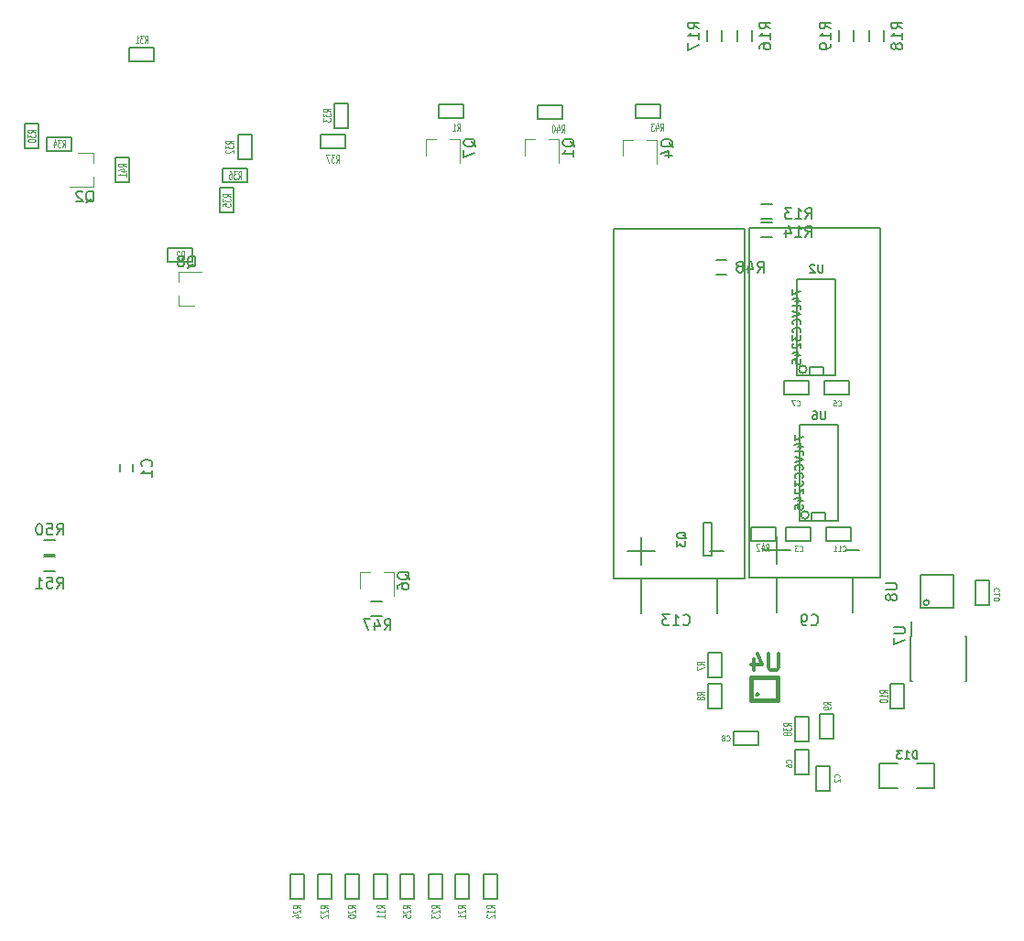
<source format=gbo>
G04 #@! TF.FileFunction,Legend,Bot*
%FSLAX46Y46*%
G04 Gerber Fmt 4.6, Leading zero omitted, Abs format (unit mm)*
G04 Created by KiCad (PCBNEW 4.0.6) date 11/02/17 20:58:10*
%MOMM*%
%LPD*%
G01*
G04 APERTURE LIST*
%ADD10C,0.150000*%
%ADD11C,0.152400*%
%ADD12C,0.381000*%
%ADD13C,0.127000*%
%ADD14C,0.120000*%
%ADD15C,0.304800*%
%ADD16C,0.190500*%
%ADD17C,0.114300*%
G04 APERTURE END LIST*
D10*
X114138000Y-116797000D02*
X114188000Y-116797000D01*
X114138000Y-120947000D02*
X114283000Y-120947000D01*
X119288000Y-120947000D02*
X119143000Y-120947000D01*
X119288000Y-116797000D02*
X119143000Y-116797000D01*
X114138000Y-116797000D02*
X114138000Y-120947000D01*
X119288000Y-116797000D02*
X119288000Y-120947000D01*
X114188000Y-116797000D02*
X114188000Y-115397000D01*
D11*
X115824000Y-113665000D02*
G75*
G03X115824000Y-113665000I-254000J0D01*
G01*
X115062000Y-111125000D02*
X115062000Y-114173000D01*
X115062000Y-114173000D02*
X118110000Y-114173000D01*
X118110000Y-114173000D02*
X118110000Y-111125000D01*
X118110000Y-111125000D02*
X115062000Y-111125000D01*
D10*
X64270000Y-114898800D02*
X65270000Y-114898800D01*
X65270000Y-113548800D02*
X64270000Y-113548800D01*
X34993200Y-109434000D02*
X33993200Y-109434000D01*
X33993200Y-110784000D02*
X34993200Y-110784000D01*
X34993200Y-107859200D02*
X33993200Y-107859200D01*
X33993200Y-109209200D02*
X34993200Y-109209200D01*
X96108900Y-83301200D02*
X97108900Y-83301200D01*
X97108900Y-81951200D02*
X96108900Y-81951200D01*
D12*
X99974400Y-122148600D02*
G75*
G03X99974400Y-122148600I-50800J0D01*
G01*
X99402900Y-120573800D02*
X101815900Y-120573800D01*
X101815900Y-120573800D02*
X101815900Y-122669300D01*
X101815900Y-122669300D02*
X99402900Y-122669300D01*
X99402900Y-122669300D02*
X99402900Y-120573800D01*
D13*
X94996000Y-106299000D02*
X94996000Y-109347000D01*
X94996000Y-109347000D02*
X95758000Y-109347000D01*
X95758000Y-109347000D02*
X95758000Y-106299000D01*
X95758000Y-106299000D02*
X94996000Y-106299000D01*
D10*
X95567500Y-108902500D02*
X96837500Y-108902500D01*
X87947500Y-108902500D02*
X90487500Y-108902500D01*
X89217500Y-110172500D02*
X89217500Y-107632500D01*
X89217500Y-114617500D02*
X89217500Y-111442500D01*
X96202500Y-114617500D02*
X96202500Y-111442500D01*
X98742500Y-111442500D02*
X98742500Y-79057500D01*
X98742500Y-79057500D02*
X86677500Y-79057500D01*
X86677500Y-111442500D02*
X86677500Y-79057500D01*
X86677500Y-111442500D02*
X98742500Y-111442500D01*
D13*
X111252000Y-130810000D02*
X111252000Y-128524000D01*
X111252000Y-128524000D02*
X112903000Y-128524000D01*
X114681000Y-130810000D02*
X116332000Y-130810000D01*
X116332000Y-130810000D02*
X116332000Y-128524000D01*
X116332000Y-128524000D02*
X114681000Y-128524000D01*
X112903000Y-130810000D02*
X111252000Y-130810000D01*
X91008200Y-67614800D02*
X88722200Y-67614800D01*
X88722200Y-67614800D02*
X88722200Y-68884800D01*
X88722200Y-68884800D02*
X91008200Y-68884800D01*
X91008200Y-68884800D02*
X91008200Y-67614800D01*
X104724200Y-126517400D02*
X104724200Y-124231400D01*
X104724200Y-124231400D02*
X103454200Y-124231400D01*
X103454200Y-124231400D02*
X103454200Y-126517400D01*
X103454200Y-126517400D02*
X104724200Y-126517400D01*
X101625400Y-106680000D02*
X99339400Y-106680000D01*
X99339400Y-106680000D02*
X99339400Y-107950000D01*
X99339400Y-107950000D02*
X101625400Y-107950000D01*
X101625400Y-107950000D02*
X101625400Y-106680000D01*
X40640000Y-72517000D02*
X40640000Y-74803000D01*
X40640000Y-74803000D02*
X41910000Y-74803000D01*
X41910000Y-74803000D02*
X41910000Y-72517000D01*
X41910000Y-72517000D02*
X40640000Y-72517000D01*
X81915000Y-67665600D02*
X79629000Y-67665600D01*
X79629000Y-67665600D02*
X79629000Y-68935600D01*
X79629000Y-68935600D02*
X81915000Y-68935600D01*
X81915000Y-68935600D02*
X81915000Y-67665600D01*
X61849000Y-70408800D02*
X59563000Y-70408800D01*
X59563000Y-70408800D02*
X59563000Y-71678800D01*
X59563000Y-71678800D02*
X61849000Y-71678800D01*
X61849000Y-71678800D02*
X61849000Y-70408800D01*
X52832000Y-73533000D02*
X50546000Y-73533000D01*
X50546000Y-73533000D02*
X50546000Y-74803000D01*
X50546000Y-74803000D02*
X52832000Y-74803000D01*
X52832000Y-74803000D02*
X52832000Y-73533000D01*
X51562000Y-77597000D02*
X51562000Y-75311000D01*
X51562000Y-75311000D02*
X50292000Y-75311000D01*
X50292000Y-75311000D02*
X50292000Y-77597000D01*
X50292000Y-77597000D02*
X51562000Y-77597000D01*
X34290000Y-71882000D02*
X36576000Y-71882000D01*
X36576000Y-71882000D02*
X36576000Y-70612000D01*
X36576000Y-70612000D02*
X34290000Y-70612000D01*
X34290000Y-70612000D02*
X34290000Y-71882000D01*
X60833000Y-67462400D02*
X60833000Y-69748400D01*
X60833000Y-69748400D02*
X62103000Y-69748400D01*
X62103000Y-69748400D02*
X62103000Y-67462400D01*
X62103000Y-67462400D02*
X60833000Y-67462400D01*
X51943000Y-70358000D02*
X51943000Y-72644000D01*
X51943000Y-72644000D02*
X53213000Y-72644000D01*
X53213000Y-72644000D02*
X53213000Y-70358000D01*
X53213000Y-70358000D02*
X51943000Y-70358000D01*
X44196000Y-62357000D02*
X41910000Y-62357000D01*
X41910000Y-62357000D02*
X41910000Y-63627000D01*
X41910000Y-63627000D02*
X44196000Y-63627000D01*
X44196000Y-63627000D02*
X44196000Y-62357000D01*
X32258000Y-69342000D02*
X32258000Y-71628000D01*
X32258000Y-71628000D02*
X33528000Y-71628000D01*
X33528000Y-71628000D02*
X33528000Y-69342000D01*
X33528000Y-69342000D02*
X32258000Y-69342000D01*
D11*
X107188000Y-92608400D02*
X107188000Y-83718400D01*
X107188000Y-83718400D02*
X103632000Y-83718400D01*
X103632000Y-83718400D02*
X103632000Y-92608400D01*
X103632000Y-92608400D02*
X107188000Y-92608400D01*
D13*
X104499210Y-92100400D02*
G75*
G03X104499210Y-92100400I-359210J0D01*
G01*
X106045000Y-92608400D02*
X106045000Y-91846400D01*
X106045000Y-91846400D02*
X104775000Y-91846400D01*
X104775000Y-91846400D02*
X104775000Y-92608400D01*
D11*
X107391200Y-106070400D02*
X107391200Y-97180400D01*
X107391200Y-97180400D02*
X103835200Y-97180400D01*
X103835200Y-97180400D02*
X103835200Y-106070400D01*
X103835200Y-106070400D02*
X107391200Y-106070400D01*
D13*
X104702410Y-105562400D02*
G75*
G03X104702410Y-105562400I-359210J0D01*
G01*
X106248200Y-106070400D02*
X106248200Y-105308400D01*
X106248200Y-105308400D02*
X104978200Y-105308400D01*
X104978200Y-105308400D02*
X104978200Y-106070400D01*
X112217200Y-121183400D02*
X112217200Y-123469400D01*
X112217200Y-123469400D02*
X113487200Y-123469400D01*
X113487200Y-123469400D02*
X113487200Y-121183400D01*
X113487200Y-121183400D02*
X112217200Y-121183400D01*
X107010200Y-126288800D02*
X107010200Y-124002800D01*
X107010200Y-124002800D02*
X105740200Y-124002800D01*
X105740200Y-124002800D02*
X105740200Y-126288800D01*
X105740200Y-126288800D02*
X107010200Y-126288800D01*
X72771000Y-67614800D02*
X70485000Y-67614800D01*
X70485000Y-67614800D02*
X70485000Y-68884800D01*
X70485000Y-68884800D02*
X72771000Y-68884800D01*
X72771000Y-68884800D02*
X72771000Y-67614800D01*
X45466000Y-82169000D02*
X47752000Y-82169000D01*
X47752000Y-82169000D02*
X47752000Y-80899000D01*
X47752000Y-80899000D02*
X45466000Y-80899000D01*
X45466000Y-80899000D02*
X45466000Y-82169000D01*
X96697800Y-123444000D02*
X96697800Y-121158000D01*
X96697800Y-121158000D02*
X95427800Y-121158000D01*
X95427800Y-121158000D02*
X95427800Y-123444000D01*
X95427800Y-123444000D02*
X96697800Y-123444000D01*
X95427800Y-118313200D02*
X95427800Y-120599200D01*
X95427800Y-120599200D02*
X96697800Y-120599200D01*
X96697800Y-120599200D02*
X96697800Y-118313200D01*
X96697800Y-118313200D02*
X95427800Y-118313200D01*
X103454200Y-127304800D02*
X103454200Y-129590800D01*
X103454200Y-129590800D02*
X104724200Y-129590800D01*
X104724200Y-129590800D02*
X104724200Y-127304800D01*
X104724200Y-127304800D02*
X103454200Y-127304800D01*
X102590600Y-107950000D02*
X104876600Y-107950000D01*
X104876600Y-107950000D02*
X104876600Y-106680000D01*
X104876600Y-106680000D02*
X102590600Y-106680000D01*
X102590600Y-106680000D02*
X102590600Y-107950000D01*
X108432600Y-93167200D02*
X106146600Y-93167200D01*
X106146600Y-93167200D02*
X106146600Y-94437200D01*
X106146600Y-94437200D02*
X108432600Y-94437200D01*
X108432600Y-94437200D02*
X108432600Y-93167200D01*
X106646980Y-131094480D02*
X106646980Y-128808480D01*
X106646980Y-128808480D02*
X105376980Y-128808480D01*
X105376980Y-128808480D02*
X105376980Y-131094480D01*
X105376980Y-131094480D02*
X106646980Y-131094480D01*
X102387400Y-94437200D02*
X104673400Y-94437200D01*
X104673400Y-94437200D02*
X104673400Y-93167200D01*
X104673400Y-93167200D02*
X102387400Y-93167200D01*
X102387400Y-93167200D02*
X102387400Y-94437200D01*
X97764600Y-126885700D02*
X100050600Y-126885700D01*
X100050600Y-126885700D02*
X100050600Y-125615700D01*
X100050600Y-125615700D02*
X97764600Y-125615700D01*
X97764600Y-125615700D02*
X97764600Y-126885700D01*
X121412000Y-113919000D02*
X121412000Y-111633000D01*
X121412000Y-111633000D02*
X120142000Y-111633000D01*
X120142000Y-111633000D02*
X120142000Y-113919000D01*
X120142000Y-113919000D02*
X121412000Y-113919000D01*
X108635800Y-106680000D02*
X106349800Y-106680000D01*
X106349800Y-106680000D02*
X106349800Y-107950000D01*
X106349800Y-107950000D02*
X108635800Y-107950000D01*
X108635800Y-107950000D02*
X108635800Y-106680000D01*
D10*
X108102400Y-108839000D02*
X109372400Y-108839000D01*
X100482400Y-108839000D02*
X103022400Y-108839000D01*
X101752400Y-110109000D02*
X101752400Y-107569000D01*
X101752400Y-114554000D02*
X101752400Y-111379000D01*
X108737400Y-114554000D02*
X108737400Y-111379000D01*
X111277400Y-111379000D02*
X111277400Y-78994000D01*
X111277400Y-78994000D02*
X99212400Y-78994000D01*
X99212400Y-111379000D02*
X99212400Y-78994000D01*
X99212400Y-111379000D02*
X111277400Y-111379000D01*
X42256000Y-101569000D02*
X42256000Y-100869000D01*
X41056000Y-100869000D02*
X41056000Y-101569000D01*
X100338000Y-78170400D02*
X101338000Y-78170400D01*
X101338000Y-76820400D02*
X100338000Y-76820400D01*
X101338000Y-78496800D02*
X100338000Y-78496800D01*
X100338000Y-79846800D02*
X101338000Y-79846800D01*
X98131000Y-60739400D02*
X98131000Y-61739400D01*
X99481000Y-61739400D02*
X99481000Y-60739400D01*
X96687000Y-61739400D02*
X96687000Y-60739400D01*
X95337000Y-60739400D02*
X95337000Y-61739400D01*
X110323000Y-60739400D02*
X110323000Y-61739400D01*
X111673000Y-61739400D02*
X111673000Y-60739400D01*
X108828200Y-61739400D02*
X108828200Y-60739400D01*
X107478200Y-60739400D02*
X107478200Y-61739400D01*
D14*
X38555200Y-72054600D02*
X38555200Y-72984600D01*
X38555200Y-75214600D02*
X38555200Y-74284600D01*
X38555200Y-75214600D02*
X36395200Y-75214600D01*
X38555200Y-72054600D02*
X37095200Y-72054600D01*
X87523200Y-70893400D02*
X88453200Y-70893400D01*
X90683200Y-70893400D02*
X89753200Y-70893400D01*
X90683200Y-70893400D02*
X90683200Y-73053400D01*
X87523200Y-70893400D02*
X87523200Y-72353400D01*
X69286000Y-70842600D02*
X70216000Y-70842600D01*
X72446000Y-70842600D02*
X71516000Y-70842600D01*
X72446000Y-70842600D02*
X72446000Y-73002600D01*
X69286000Y-70842600D02*
X69286000Y-72302600D01*
X46433200Y-86238200D02*
X46433200Y-85308200D01*
X46433200Y-83078200D02*
X46433200Y-84008200D01*
X46433200Y-83078200D02*
X48593200Y-83078200D01*
X46433200Y-86238200D02*
X47893200Y-86238200D01*
X78430000Y-70842600D02*
X79360000Y-70842600D01*
X81590000Y-70842600D02*
X80660000Y-70842600D01*
X81590000Y-70842600D02*
X81590000Y-73002600D01*
X78430000Y-70842600D02*
X78430000Y-72302600D01*
X63190000Y-110873000D02*
X64120000Y-110873000D01*
X66350000Y-110873000D02*
X65420000Y-110873000D01*
X66350000Y-110873000D02*
X66350000Y-113033000D01*
X63190000Y-110873000D02*
X63190000Y-112333000D01*
D13*
X65786000Y-141097000D02*
X65786000Y-138811000D01*
X65786000Y-138811000D02*
X64516000Y-138811000D01*
X64516000Y-138811000D02*
X64516000Y-141097000D01*
X64516000Y-141097000D02*
X65786000Y-141097000D01*
X75946000Y-141097000D02*
X75946000Y-138811000D01*
X75946000Y-138811000D02*
X74676000Y-138811000D01*
X74676000Y-138811000D02*
X74676000Y-141097000D01*
X74676000Y-141097000D02*
X75946000Y-141097000D01*
X63119000Y-141097000D02*
X63119000Y-138811000D01*
X63119000Y-138811000D02*
X61849000Y-138811000D01*
X61849000Y-138811000D02*
X61849000Y-141097000D01*
X61849000Y-141097000D02*
X63119000Y-141097000D01*
X73279000Y-141097000D02*
X73279000Y-138811000D01*
X73279000Y-138811000D02*
X72009000Y-138811000D01*
X72009000Y-138811000D02*
X72009000Y-141097000D01*
X72009000Y-141097000D02*
X73279000Y-141097000D01*
X60579000Y-141097000D02*
X60579000Y-138811000D01*
X60579000Y-138811000D02*
X59309000Y-138811000D01*
X59309000Y-138811000D02*
X59309000Y-141097000D01*
X59309000Y-141097000D02*
X60579000Y-141097000D01*
X70866000Y-141097000D02*
X70866000Y-138811000D01*
X70866000Y-138811000D02*
X69596000Y-138811000D01*
X69596000Y-138811000D02*
X69596000Y-141097000D01*
X69596000Y-141097000D02*
X70866000Y-141097000D01*
X58039000Y-141097000D02*
X58039000Y-138811000D01*
X58039000Y-138811000D02*
X56769000Y-138811000D01*
X56769000Y-138811000D02*
X56769000Y-141097000D01*
X56769000Y-141097000D02*
X58039000Y-141097000D01*
X68199000Y-141097000D02*
X68199000Y-138811000D01*
X68199000Y-138811000D02*
X66929000Y-138811000D01*
X66929000Y-138811000D02*
X66929000Y-141097000D01*
X66929000Y-141097000D02*
X68199000Y-141097000D01*
D10*
X112609381Y-115951095D02*
X113418905Y-115951095D01*
X113514143Y-115998714D01*
X113561762Y-116046333D01*
X113609381Y-116141571D01*
X113609381Y-116332048D01*
X113561762Y-116427286D01*
X113514143Y-116474905D01*
X113418905Y-116522524D01*
X112609381Y-116522524D01*
X112609381Y-116903476D02*
X112609381Y-117570143D01*
X113609381Y-117141571D01*
D11*
X111838619Y-111874905D02*
X112661095Y-111874905D01*
X112757857Y-111923286D01*
X112806238Y-111971667D01*
X112854619Y-112068429D01*
X112854619Y-112261952D01*
X112806238Y-112358714D01*
X112757857Y-112407095D01*
X112661095Y-112455476D01*
X111838619Y-112455476D01*
X112274048Y-113084429D02*
X112225667Y-112987667D01*
X112177286Y-112939286D01*
X112080524Y-112890905D01*
X112032143Y-112890905D01*
X111935381Y-112939286D01*
X111887000Y-112987667D01*
X111838619Y-113084429D01*
X111838619Y-113277952D01*
X111887000Y-113374714D01*
X111935381Y-113423095D01*
X112032143Y-113471476D01*
X112080524Y-113471476D01*
X112177286Y-113423095D01*
X112225667Y-113374714D01*
X112274048Y-113277952D01*
X112274048Y-113084429D01*
X112322429Y-112987667D01*
X112370810Y-112939286D01*
X112467571Y-112890905D01*
X112661095Y-112890905D01*
X112757857Y-112939286D01*
X112806238Y-112987667D01*
X112854619Y-113084429D01*
X112854619Y-113277952D01*
X112806238Y-113374714D01*
X112757857Y-113423095D01*
X112661095Y-113471476D01*
X112467571Y-113471476D01*
X112370810Y-113423095D01*
X112322429Y-113374714D01*
X112274048Y-113277952D01*
D10*
X65463657Y-116200181D02*
X65796991Y-115723990D01*
X66035086Y-116200181D02*
X66035086Y-115200181D01*
X65654133Y-115200181D01*
X65558895Y-115247800D01*
X65511276Y-115295419D01*
X65463657Y-115390657D01*
X65463657Y-115533514D01*
X65511276Y-115628752D01*
X65558895Y-115676371D01*
X65654133Y-115723990D01*
X66035086Y-115723990D01*
X64606514Y-115533514D02*
X64606514Y-116200181D01*
X64844610Y-115152562D02*
X65082705Y-115866848D01*
X64463657Y-115866848D01*
X64177943Y-115200181D02*
X63511276Y-115200181D01*
X63939848Y-116200181D01*
X35186857Y-112339381D02*
X35520191Y-111863190D01*
X35758286Y-112339381D02*
X35758286Y-111339381D01*
X35377333Y-111339381D01*
X35282095Y-111387000D01*
X35234476Y-111434619D01*
X35186857Y-111529857D01*
X35186857Y-111672714D01*
X35234476Y-111767952D01*
X35282095Y-111815571D01*
X35377333Y-111863190D01*
X35758286Y-111863190D01*
X34282095Y-111339381D02*
X34758286Y-111339381D01*
X34805905Y-111815571D01*
X34758286Y-111767952D01*
X34663048Y-111720333D01*
X34424952Y-111720333D01*
X34329714Y-111767952D01*
X34282095Y-111815571D01*
X34234476Y-111910810D01*
X34234476Y-112148905D01*
X34282095Y-112244143D01*
X34329714Y-112291762D01*
X34424952Y-112339381D01*
X34663048Y-112339381D01*
X34758286Y-112291762D01*
X34805905Y-112244143D01*
X33282095Y-112339381D02*
X33853524Y-112339381D01*
X33567810Y-112339381D02*
X33567810Y-111339381D01*
X33663048Y-111482238D01*
X33758286Y-111577476D01*
X33853524Y-111625095D01*
X35186857Y-107386381D02*
X35520191Y-106910190D01*
X35758286Y-107386381D02*
X35758286Y-106386381D01*
X35377333Y-106386381D01*
X35282095Y-106434000D01*
X35234476Y-106481619D01*
X35186857Y-106576857D01*
X35186857Y-106719714D01*
X35234476Y-106814952D01*
X35282095Y-106862571D01*
X35377333Y-106910190D01*
X35758286Y-106910190D01*
X34282095Y-106386381D02*
X34758286Y-106386381D01*
X34805905Y-106862571D01*
X34758286Y-106814952D01*
X34663048Y-106767333D01*
X34424952Y-106767333D01*
X34329714Y-106814952D01*
X34282095Y-106862571D01*
X34234476Y-106957810D01*
X34234476Y-107195905D01*
X34282095Y-107291143D01*
X34329714Y-107338762D01*
X34424952Y-107386381D01*
X34663048Y-107386381D01*
X34758286Y-107338762D01*
X34805905Y-107291143D01*
X33615429Y-106386381D02*
X33520190Y-106386381D01*
X33424952Y-106434000D01*
X33377333Y-106481619D01*
X33329714Y-106576857D01*
X33282095Y-106767333D01*
X33282095Y-107005429D01*
X33329714Y-107195905D01*
X33377333Y-107291143D01*
X33424952Y-107338762D01*
X33520190Y-107386381D01*
X33615429Y-107386381D01*
X33710667Y-107338762D01*
X33758286Y-107291143D01*
X33805905Y-107195905D01*
X33853524Y-107005429D01*
X33853524Y-106767333D01*
X33805905Y-106576857D01*
X33758286Y-106481619D01*
X33710667Y-106434000D01*
X33615429Y-106386381D01*
X99956857Y-83129381D02*
X100290191Y-82653190D01*
X100528286Y-83129381D02*
X100528286Y-82129381D01*
X100147333Y-82129381D01*
X100052095Y-82177000D01*
X100004476Y-82224619D01*
X99956857Y-82319857D01*
X99956857Y-82462714D01*
X100004476Y-82557952D01*
X100052095Y-82605571D01*
X100147333Y-82653190D01*
X100528286Y-82653190D01*
X99099714Y-82462714D02*
X99099714Y-83129381D01*
X99337810Y-82081762D02*
X99575905Y-82796048D01*
X98956857Y-82796048D01*
X98433048Y-82557952D02*
X98528286Y-82510333D01*
X98575905Y-82462714D01*
X98623524Y-82367476D01*
X98623524Y-82319857D01*
X98575905Y-82224619D01*
X98528286Y-82177000D01*
X98433048Y-82129381D01*
X98242571Y-82129381D01*
X98147333Y-82177000D01*
X98099714Y-82224619D01*
X98052095Y-82319857D01*
X98052095Y-82367476D01*
X98099714Y-82462714D01*
X98147333Y-82510333D01*
X98242571Y-82557952D01*
X98433048Y-82557952D01*
X98528286Y-82605571D01*
X98575905Y-82653190D01*
X98623524Y-82748429D01*
X98623524Y-82938905D01*
X98575905Y-83034143D01*
X98528286Y-83081762D01*
X98433048Y-83129381D01*
X98242571Y-83129381D01*
X98147333Y-83081762D01*
X98099714Y-83034143D01*
X98052095Y-82938905D01*
X98052095Y-82748429D01*
X98099714Y-82653190D01*
X98147333Y-82605571D01*
X98242571Y-82557952D01*
D15*
X101872143Y-118418429D02*
X101872143Y-119652143D01*
X101799571Y-119797286D01*
X101727000Y-119869857D01*
X101581857Y-119942429D01*
X101291571Y-119942429D01*
X101146429Y-119869857D01*
X101073857Y-119797286D01*
X101001286Y-119652143D01*
X101001286Y-118418429D01*
X99622429Y-118926429D02*
X99622429Y-119942429D01*
X99985286Y-118345857D02*
X100348143Y-119434429D01*
X99404715Y-119434429D01*
D16*
X93381286Y-107750429D02*
X93345000Y-107677857D01*
X93272429Y-107605286D01*
X93163571Y-107496429D01*
X93127286Y-107423857D01*
X93127286Y-107351286D01*
X93308714Y-107387571D02*
X93272429Y-107315000D01*
X93199857Y-107242429D01*
X93054714Y-107206143D01*
X92800714Y-107206143D01*
X92655571Y-107242429D01*
X92583000Y-107315000D01*
X92546714Y-107387571D01*
X92546714Y-107532714D01*
X92583000Y-107605286D01*
X92655571Y-107677857D01*
X92800714Y-107714143D01*
X93054714Y-107714143D01*
X93199857Y-107677857D01*
X93272429Y-107605286D01*
X93308714Y-107532714D01*
X93308714Y-107387571D01*
X92546714Y-107968143D02*
X92546714Y-108439857D01*
X92837000Y-108185857D01*
X92837000Y-108294715D01*
X92873286Y-108367286D01*
X92909571Y-108403572D01*
X92982143Y-108439857D01*
X93163571Y-108439857D01*
X93236143Y-108403572D01*
X93272429Y-108367286D01*
X93308714Y-108294715D01*
X93308714Y-108077000D01*
X93272429Y-108004429D01*
X93236143Y-107968143D01*
D10*
X93098857Y-115673143D02*
X93146476Y-115720762D01*
X93289333Y-115768381D01*
X93384571Y-115768381D01*
X93527429Y-115720762D01*
X93622667Y-115625524D01*
X93670286Y-115530286D01*
X93717905Y-115339810D01*
X93717905Y-115196952D01*
X93670286Y-115006476D01*
X93622667Y-114911238D01*
X93527429Y-114816000D01*
X93384571Y-114768381D01*
X93289333Y-114768381D01*
X93146476Y-114816000D01*
X93098857Y-114863619D01*
X92146476Y-115768381D02*
X92717905Y-115768381D01*
X92432191Y-115768381D02*
X92432191Y-114768381D01*
X92527429Y-114911238D01*
X92622667Y-115006476D01*
X92717905Y-115054095D01*
X91813143Y-114768381D02*
X91194095Y-114768381D01*
X91527429Y-115149333D01*
X91384571Y-115149333D01*
X91289333Y-115196952D01*
X91241714Y-115244571D01*
X91194095Y-115339810D01*
X91194095Y-115577905D01*
X91241714Y-115673143D01*
X91289333Y-115720762D01*
X91384571Y-115768381D01*
X91670286Y-115768381D01*
X91765524Y-115720762D01*
X91813143Y-115673143D01*
D13*
X114717285Y-128106714D02*
X114717285Y-127344714D01*
X114535857Y-127344714D01*
X114427000Y-127381000D01*
X114354428Y-127453571D01*
X114318143Y-127526143D01*
X114281857Y-127671286D01*
X114281857Y-127780143D01*
X114318143Y-127925286D01*
X114354428Y-127997857D01*
X114427000Y-128070429D01*
X114535857Y-128106714D01*
X114717285Y-128106714D01*
X113556143Y-128106714D02*
X113991571Y-128106714D01*
X113773857Y-128106714D02*
X113773857Y-127344714D01*
X113846428Y-127453571D01*
X113919000Y-127526143D01*
X113991571Y-127562429D01*
X113302143Y-127344714D02*
X112830429Y-127344714D01*
X113084429Y-127635000D01*
X112975571Y-127635000D01*
X112903000Y-127671286D01*
X112866714Y-127707571D01*
X112830429Y-127780143D01*
X112830429Y-127961571D01*
X112866714Y-128034143D01*
X112903000Y-128070429D01*
X112975571Y-128106714D01*
X113193286Y-128106714D01*
X113265857Y-128070429D01*
X113302143Y-128034143D01*
D17*
X90971915Y-70044733D02*
X91124315Y-69706067D01*
X91233172Y-70044733D02*
X91233172Y-69333533D01*
X91059000Y-69333533D01*
X91015458Y-69367400D01*
X90993686Y-69401267D01*
X90971915Y-69469000D01*
X90971915Y-69570600D01*
X90993686Y-69638333D01*
X91015458Y-69672200D01*
X91059000Y-69706067D01*
X91233172Y-69706067D01*
X90580029Y-69570600D02*
X90580029Y-70044733D01*
X90688886Y-69299667D02*
X90797743Y-69807667D01*
X90514715Y-69807667D01*
X90384086Y-69333533D02*
X90101057Y-69333533D01*
X90253457Y-69604467D01*
X90188143Y-69604467D01*
X90144600Y-69638333D01*
X90122829Y-69672200D01*
X90101057Y-69739933D01*
X90101057Y-69909267D01*
X90122829Y-69977000D01*
X90144600Y-70010867D01*
X90188143Y-70044733D01*
X90318771Y-70044733D01*
X90362314Y-70010867D01*
X90384086Y-69977000D01*
X103064733Y-125055085D02*
X102726067Y-124902685D01*
X103064733Y-124793828D02*
X102353533Y-124793828D01*
X102353533Y-124968000D01*
X102387400Y-125011542D01*
X102421267Y-125033314D01*
X102489000Y-125055085D01*
X102590600Y-125055085D01*
X102658333Y-125033314D01*
X102692200Y-125011542D01*
X102726067Y-124968000D01*
X102726067Y-124793828D01*
X102353533Y-125207485D02*
X102353533Y-125490514D01*
X102624467Y-125338114D01*
X102624467Y-125403428D01*
X102658333Y-125446971D01*
X102692200Y-125468742D01*
X102759933Y-125490514D01*
X102929267Y-125490514D01*
X102997000Y-125468742D01*
X103030867Y-125446971D01*
X103064733Y-125403428D01*
X103064733Y-125272800D01*
X103030867Y-125229257D01*
X102997000Y-125207485D01*
X102658333Y-125751771D02*
X102624467Y-125708229D01*
X102590600Y-125686457D01*
X102522867Y-125664686D01*
X102489000Y-125664686D01*
X102421267Y-125686457D01*
X102387400Y-125708229D01*
X102353533Y-125751771D01*
X102353533Y-125838857D01*
X102387400Y-125882400D01*
X102421267Y-125904171D01*
X102489000Y-125925943D01*
X102522867Y-125925943D01*
X102590600Y-125904171D01*
X102624467Y-125882400D01*
X102658333Y-125838857D01*
X102658333Y-125751771D01*
X102692200Y-125708229D01*
X102726067Y-125686457D01*
X102793800Y-125664686D01*
X102929267Y-125664686D01*
X102997000Y-125686457D01*
X103030867Y-125708229D01*
X103064733Y-125751771D01*
X103064733Y-125838857D01*
X103030867Y-125882400D01*
X102997000Y-125904171D01*
X102929267Y-125925943D01*
X102793800Y-125925943D01*
X102726067Y-125904171D01*
X102692200Y-125882400D01*
X102658333Y-125838857D01*
X100750915Y-108906733D02*
X100903315Y-108568067D01*
X101012172Y-108906733D02*
X101012172Y-108195533D01*
X100838000Y-108195533D01*
X100794458Y-108229400D01*
X100772686Y-108263267D01*
X100750915Y-108331000D01*
X100750915Y-108432600D01*
X100772686Y-108500333D01*
X100794458Y-108534200D01*
X100838000Y-108568067D01*
X101012172Y-108568067D01*
X100359029Y-108432600D02*
X100359029Y-108906733D01*
X100467886Y-108161667D02*
X100576743Y-108669667D01*
X100293715Y-108669667D01*
X100141314Y-108263267D02*
X100119543Y-108229400D01*
X100076000Y-108195533D01*
X99967143Y-108195533D01*
X99923600Y-108229400D01*
X99901829Y-108263267D01*
X99880057Y-108331000D01*
X99880057Y-108398733D01*
X99901829Y-108500333D01*
X100163086Y-108906733D01*
X99880057Y-108906733D01*
X41596733Y-73366085D02*
X41258067Y-73213685D01*
X41596733Y-73104828D02*
X40885533Y-73104828D01*
X40885533Y-73279000D01*
X40919400Y-73322542D01*
X40953267Y-73344314D01*
X41021000Y-73366085D01*
X41122600Y-73366085D01*
X41190333Y-73344314D01*
X41224200Y-73322542D01*
X41258067Y-73279000D01*
X41258067Y-73104828D01*
X41122600Y-73757971D02*
X41596733Y-73757971D01*
X40851667Y-73649114D02*
X41359667Y-73540257D01*
X41359667Y-73823285D01*
X41596733Y-74236943D02*
X41596733Y-73975686D01*
X41596733Y-74106314D02*
X40885533Y-74106314D01*
X40987133Y-74062771D01*
X41054867Y-74019229D01*
X41088733Y-73975686D01*
X81827915Y-70171733D02*
X81980315Y-69833067D01*
X82089172Y-70171733D02*
X82089172Y-69460533D01*
X81915000Y-69460533D01*
X81871458Y-69494400D01*
X81849686Y-69528267D01*
X81827915Y-69596000D01*
X81827915Y-69697600D01*
X81849686Y-69765333D01*
X81871458Y-69799200D01*
X81915000Y-69833067D01*
X82089172Y-69833067D01*
X81436029Y-69697600D02*
X81436029Y-70171733D01*
X81544886Y-69426667D02*
X81653743Y-69934667D01*
X81370715Y-69934667D01*
X81109457Y-69460533D02*
X81065914Y-69460533D01*
X81022371Y-69494400D01*
X81000600Y-69528267D01*
X80978829Y-69596000D01*
X80957057Y-69731467D01*
X80957057Y-69900800D01*
X80978829Y-70036267D01*
X81000600Y-70104000D01*
X81022371Y-70137867D01*
X81065914Y-70171733D01*
X81109457Y-70171733D01*
X81153000Y-70137867D01*
X81174771Y-70104000D01*
X81196543Y-70036267D01*
X81218314Y-69900800D01*
X81218314Y-69731467D01*
X81196543Y-69596000D01*
X81174771Y-69528267D01*
X81153000Y-69494400D01*
X81109457Y-69460533D01*
X60999915Y-72965733D02*
X61152315Y-72627067D01*
X61261172Y-72965733D02*
X61261172Y-72254533D01*
X61087000Y-72254533D01*
X61043458Y-72288400D01*
X61021686Y-72322267D01*
X60999915Y-72390000D01*
X60999915Y-72491600D01*
X61021686Y-72559333D01*
X61043458Y-72593200D01*
X61087000Y-72627067D01*
X61261172Y-72627067D01*
X60847515Y-72254533D02*
X60564486Y-72254533D01*
X60716886Y-72525467D01*
X60651572Y-72525467D01*
X60608029Y-72559333D01*
X60586258Y-72593200D01*
X60564486Y-72660933D01*
X60564486Y-72830267D01*
X60586258Y-72898000D01*
X60608029Y-72931867D01*
X60651572Y-72965733D01*
X60782200Y-72965733D01*
X60825743Y-72931867D01*
X60847515Y-72898000D01*
X60412086Y-72254533D02*
X60107286Y-72254533D01*
X60303229Y-72965733D01*
X51982915Y-74489733D02*
X52135315Y-74151067D01*
X52244172Y-74489733D02*
X52244172Y-73778533D01*
X52070000Y-73778533D01*
X52026458Y-73812400D01*
X52004686Y-73846267D01*
X51982915Y-73914000D01*
X51982915Y-74015600D01*
X52004686Y-74083333D01*
X52026458Y-74117200D01*
X52070000Y-74151067D01*
X52244172Y-74151067D01*
X51830515Y-73778533D02*
X51547486Y-73778533D01*
X51699886Y-74049467D01*
X51634572Y-74049467D01*
X51591029Y-74083333D01*
X51569258Y-74117200D01*
X51547486Y-74184933D01*
X51547486Y-74354267D01*
X51569258Y-74422000D01*
X51591029Y-74455867D01*
X51634572Y-74489733D01*
X51765200Y-74489733D01*
X51808743Y-74455867D01*
X51830515Y-74422000D01*
X51155600Y-73778533D02*
X51242686Y-73778533D01*
X51286229Y-73812400D01*
X51308000Y-73846267D01*
X51351543Y-73947867D01*
X51373314Y-74083333D01*
X51373314Y-74354267D01*
X51351543Y-74422000D01*
X51329771Y-74455867D01*
X51286229Y-74489733D01*
X51199143Y-74489733D01*
X51155600Y-74455867D01*
X51133829Y-74422000D01*
X51112057Y-74354267D01*
X51112057Y-74184933D01*
X51133829Y-74117200D01*
X51155600Y-74083333D01*
X51199143Y-74049467D01*
X51286229Y-74049467D01*
X51329771Y-74083333D01*
X51351543Y-74117200D01*
X51373314Y-74184933D01*
X51248733Y-76160085D02*
X50910067Y-76007685D01*
X51248733Y-75898828D02*
X50537533Y-75898828D01*
X50537533Y-76073000D01*
X50571400Y-76116542D01*
X50605267Y-76138314D01*
X50673000Y-76160085D01*
X50774600Y-76160085D01*
X50842333Y-76138314D01*
X50876200Y-76116542D01*
X50910067Y-76073000D01*
X50910067Y-75898828D01*
X50537533Y-76312485D02*
X50537533Y-76595514D01*
X50808467Y-76443114D01*
X50808467Y-76508428D01*
X50842333Y-76551971D01*
X50876200Y-76573742D01*
X50943933Y-76595514D01*
X51113267Y-76595514D01*
X51181000Y-76573742D01*
X51214867Y-76551971D01*
X51248733Y-76508428D01*
X51248733Y-76377800D01*
X51214867Y-76334257D01*
X51181000Y-76312485D01*
X50537533Y-77009171D02*
X50537533Y-76791457D01*
X50876200Y-76769686D01*
X50842333Y-76791457D01*
X50808467Y-76835000D01*
X50808467Y-76943857D01*
X50842333Y-76987400D01*
X50876200Y-77009171D01*
X50943933Y-77030943D01*
X51113267Y-77030943D01*
X51181000Y-77009171D01*
X51214867Y-76987400D01*
X51248733Y-76943857D01*
X51248733Y-76835000D01*
X51214867Y-76791457D01*
X51181000Y-76769686D01*
X35726915Y-71568733D02*
X35879315Y-71230067D01*
X35988172Y-71568733D02*
X35988172Y-70857533D01*
X35814000Y-70857533D01*
X35770458Y-70891400D01*
X35748686Y-70925267D01*
X35726915Y-70993000D01*
X35726915Y-71094600D01*
X35748686Y-71162333D01*
X35770458Y-71196200D01*
X35814000Y-71230067D01*
X35988172Y-71230067D01*
X35574515Y-70857533D02*
X35291486Y-70857533D01*
X35443886Y-71128467D01*
X35378572Y-71128467D01*
X35335029Y-71162333D01*
X35313258Y-71196200D01*
X35291486Y-71263933D01*
X35291486Y-71433267D01*
X35313258Y-71501000D01*
X35335029Y-71534867D01*
X35378572Y-71568733D01*
X35509200Y-71568733D01*
X35552743Y-71534867D01*
X35574515Y-71501000D01*
X34899600Y-71094600D02*
X34899600Y-71568733D01*
X35008457Y-70823667D02*
X35117314Y-71331667D01*
X34834286Y-71331667D01*
X60519733Y-68286085D02*
X60181067Y-68133685D01*
X60519733Y-68024828D02*
X59808533Y-68024828D01*
X59808533Y-68199000D01*
X59842400Y-68242542D01*
X59876267Y-68264314D01*
X59944000Y-68286085D01*
X60045600Y-68286085D01*
X60113333Y-68264314D01*
X60147200Y-68242542D01*
X60181067Y-68199000D01*
X60181067Y-68024828D01*
X59808533Y-68438485D02*
X59808533Y-68721514D01*
X60079467Y-68569114D01*
X60079467Y-68634428D01*
X60113333Y-68677971D01*
X60147200Y-68699742D01*
X60214933Y-68721514D01*
X60384267Y-68721514D01*
X60452000Y-68699742D01*
X60485867Y-68677971D01*
X60519733Y-68634428D01*
X60519733Y-68503800D01*
X60485867Y-68460257D01*
X60452000Y-68438485D01*
X59808533Y-68873914D02*
X59808533Y-69156943D01*
X60079467Y-69004543D01*
X60079467Y-69069857D01*
X60113333Y-69113400D01*
X60147200Y-69135171D01*
X60214933Y-69156943D01*
X60384267Y-69156943D01*
X60452000Y-69135171D01*
X60485867Y-69113400D01*
X60519733Y-69069857D01*
X60519733Y-68939229D01*
X60485867Y-68895686D01*
X60452000Y-68873914D01*
X51502733Y-71207085D02*
X51164067Y-71054685D01*
X51502733Y-70945828D02*
X50791533Y-70945828D01*
X50791533Y-71120000D01*
X50825400Y-71163542D01*
X50859267Y-71185314D01*
X50927000Y-71207085D01*
X51028600Y-71207085D01*
X51096333Y-71185314D01*
X51130200Y-71163542D01*
X51164067Y-71120000D01*
X51164067Y-70945828D01*
X50791533Y-71359485D02*
X50791533Y-71642514D01*
X51062467Y-71490114D01*
X51062467Y-71555428D01*
X51096333Y-71598971D01*
X51130200Y-71620742D01*
X51197933Y-71642514D01*
X51367267Y-71642514D01*
X51435000Y-71620742D01*
X51468867Y-71598971D01*
X51502733Y-71555428D01*
X51502733Y-71424800D01*
X51468867Y-71381257D01*
X51435000Y-71359485D01*
X50859267Y-71816686D02*
X50825400Y-71838457D01*
X50791533Y-71882000D01*
X50791533Y-71990857D01*
X50825400Y-72034400D01*
X50859267Y-72056171D01*
X50927000Y-72077943D01*
X50994733Y-72077943D01*
X51096333Y-72056171D01*
X51502733Y-71794914D01*
X51502733Y-72077943D01*
X43346915Y-61916733D02*
X43499315Y-61578067D01*
X43608172Y-61916733D02*
X43608172Y-61205533D01*
X43434000Y-61205533D01*
X43390458Y-61239400D01*
X43368686Y-61273267D01*
X43346915Y-61341000D01*
X43346915Y-61442600D01*
X43368686Y-61510333D01*
X43390458Y-61544200D01*
X43434000Y-61578067D01*
X43608172Y-61578067D01*
X43194515Y-61205533D02*
X42911486Y-61205533D01*
X43063886Y-61476467D01*
X42998572Y-61476467D01*
X42955029Y-61510333D01*
X42933258Y-61544200D01*
X42911486Y-61611933D01*
X42911486Y-61781267D01*
X42933258Y-61849000D01*
X42955029Y-61882867D01*
X42998572Y-61916733D01*
X43129200Y-61916733D01*
X43172743Y-61882867D01*
X43194515Y-61849000D01*
X42476057Y-61916733D02*
X42737314Y-61916733D01*
X42606686Y-61916733D02*
X42606686Y-61205533D01*
X42650229Y-61307133D01*
X42693771Y-61374867D01*
X42737314Y-61408733D01*
X33214733Y-70191085D02*
X32876067Y-70038685D01*
X33214733Y-69929828D02*
X32503533Y-69929828D01*
X32503533Y-70104000D01*
X32537400Y-70147542D01*
X32571267Y-70169314D01*
X32639000Y-70191085D01*
X32740600Y-70191085D01*
X32808333Y-70169314D01*
X32842200Y-70147542D01*
X32876067Y-70104000D01*
X32876067Y-69929828D01*
X32503533Y-70343485D02*
X32503533Y-70626514D01*
X32774467Y-70474114D01*
X32774467Y-70539428D01*
X32808333Y-70582971D01*
X32842200Y-70604742D01*
X32909933Y-70626514D01*
X33079267Y-70626514D01*
X33147000Y-70604742D01*
X33180867Y-70582971D01*
X33214733Y-70539428D01*
X33214733Y-70408800D01*
X33180867Y-70365257D01*
X33147000Y-70343485D01*
X32503533Y-70909543D02*
X32503533Y-70953086D01*
X32537400Y-70996629D01*
X32571267Y-71018400D01*
X32639000Y-71040171D01*
X32774467Y-71061943D01*
X32943800Y-71061943D01*
X33079267Y-71040171D01*
X33147000Y-71018400D01*
X33180867Y-70996629D01*
X33214733Y-70953086D01*
X33214733Y-70909543D01*
X33180867Y-70866000D01*
X33147000Y-70844229D01*
X33079267Y-70822457D01*
X32943800Y-70800686D01*
X32774467Y-70800686D01*
X32639000Y-70822457D01*
X32571267Y-70844229D01*
X32537400Y-70866000D01*
X32503533Y-70909543D01*
D13*
X105990571Y-82386714D02*
X105990571Y-83003571D01*
X105954286Y-83076143D01*
X105918000Y-83112429D01*
X105845429Y-83148714D01*
X105700286Y-83148714D01*
X105627714Y-83112429D01*
X105591429Y-83076143D01*
X105555143Y-83003571D01*
X105555143Y-82386714D01*
X105228571Y-82459286D02*
X105192285Y-82423000D01*
X105119714Y-82386714D01*
X104938285Y-82386714D01*
X104865714Y-82423000D01*
X104829428Y-82459286D01*
X104793143Y-82531857D01*
X104793143Y-82604429D01*
X104829428Y-82713286D01*
X105264857Y-83148714D01*
X104793143Y-83148714D01*
X103214714Y-84698115D02*
X103214714Y-85206115D01*
X103976714Y-84879544D01*
X103468714Y-85822972D02*
X103976714Y-85822972D01*
X103178429Y-85641543D02*
X103722714Y-85460115D01*
X103722714Y-85931829D01*
X103976714Y-86584972D02*
X103976714Y-86222115D01*
X103214714Y-86222115D01*
X103214714Y-86730114D02*
X103976714Y-86984114D01*
X103214714Y-87238114D01*
X103904143Y-87927543D02*
X103940429Y-87891257D01*
X103976714Y-87782400D01*
X103976714Y-87709829D01*
X103940429Y-87600972D01*
X103867857Y-87528400D01*
X103795286Y-87492115D01*
X103650143Y-87455829D01*
X103541286Y-87455829D01*
X103396143Y-87492115D01*
X103323571Y-87528400D01*
X103251000Y-87600972D01*
X103214714Y-87709829D01*
X103214714Y-87782400D01*
X103251000Y-87891257D01*
X103287286Y-87927543D01*
X103904143Y-88689543D02*
X103940429Y-88653257D01*
X103976714Y-88544400D01*
X103976714Y-88471829D01*
X103940429Y-88362972D01*
X103867857Y-88290400D01*
X103795286Y-88254115D01*
X103650143Y-88217829D01*
X103541286Y-88217829D01*
X103396143Y-88254115D01*
X103323571Y-88290400D01*
X103251000Y-88362972D01*
X103214714Y-88471829D01*
X103214714Y-88544400D01*
X103251000Y-88653257D01*
X103287286Y-88689543D01*
X103214714Y-88943543D02*
X103214714Y-89415257D01*
X103505000Y-89161257D01*
X103505000Y-89270115D01*
X103541286Y-89342686D01*
X103577571Y-89378972D01*
X103650143Y-89415257D01*
X103831571Y-89415257D01*
X103904143Y-89378972D01*
X103940429Y-89342686D01*
X103976714Y-89270115D01*
X103976714Y-89052400D01*
X103940429Y-88979829D01*
X103904143Y-88943543D01*
X103287286Y-89705543D02*
X103251000Y-89741829D01*
X103214714Y-89814400D01*
X103214714Y-89995829D01*
X103251000Y-90068400D01*
X103287286Y-90104686D01*
X103359857Y-90140971D01*
X103432429Y-90140971D01*
X103541286Y-90104686D01*
X103976714Y-89669257D01*
X103976714Y-90140971D01*
X103468714Y-90794114D02*
X103976714Y-90794114D01*
X103178429Y-90612685D02*
X103722714Y-90431257D01*
X103722714Y-90902971D01*
X103214714Y-91556114D02*
X103214714Y-91193257D01*
X103577571Y-91156971D01*
X103541286Y-91193257D01*
X103505000Y-91265828D01*
X103505000Y-91447257D01*
X103541286Y-91519828D01*
X103577571Y-91556114D01*
X103650143Y-91592399D01*
X103831571Y-91592399D01*
X103904143Y-91556114D01*
X103940429Y-91519828D01*
X103976714Y-91447257D01*
X103976714Y-91265828D01*
X103940429Y-91193257D01*
X103904143Y-91156971D01*
X106244571Y-95975714D02*
X106244571Y-96592571D01*
X106208286Y-96665143D01*
X106172000Y-96701429D01*
X106099429Y-96737714D01*
X105954286Y-96737714D01*
X105881714Y-96701429D01*
X105845429Y-96665143D01*
X105809143Y-96592571D01*
X105809143Y-95975714D01*
X105119714Y-95975714D02*
X105264857Y-95975714D01*
X105337428Y-96012000D01*
X105373714Y-96048286D01*
X105446285Y-96157143D01*
X105482571Y-96302286D01*
X105482571Y-96592571D01*
X105446285Y-96665143D01*
X105410000Y-96701429D01*
X105337428Y-96737714D01*
X105192285Y-96737714D01*
X105119714Y-96701429D01*
X105083428Y-96665143D01*
X105047143Y-96592571D01*
X105047143Y-96411143D01*
X105083428Y-96338571D01*
X105119714Y-96302286D01*
X105192285Y-96266000D01*
X105337428Y-96266000D01*
X105410000Y-96302286D01*
X105446285Y-96338571D01*
X105482571Y-96411143D01*
X103417914Y-98160115D02*
X103417914Y-98668115D01*
X104179914Y-98341544D01*
X103671914Y-99284972D02*
X104179914Y-99284972D01*
X103381629Y-99103543D02*
X103925914Y-98922115D01*
X103925914Y-99393829D01*
X104179914Y-100046972D02*
X104179914Y-99684115D01*
X103417914Y-99684115D01*
X103417914Y-100192114D02*
X104179914Y-100446114D01*
X103417914Y-100700114D01*
X104107343Y-101389543D02*
X104143629Y-101353257D01*
X104179914Y-101244400D01*
X104179914Y-101171829D01*
X104143629Y-101062972D01*
X104071057Y-100990400D01*
X103998486Y-100954115D01*
X103853343Y-100917829D01*
X103744486Y-100917829D01*
X103599343Y-100954115D01*
X103526771Y-100990400D01*
X103454200Y-101062972D01*
X103417914Y-101171829D01*
X103417914Y-101244400D01*
X103454200Y-101353257D01*
X103490486Y-101389543D01*
X104107343Y-102151543D02*
X104143629Y-102115257D01*
X104179914Y-102006400D01*
X104179914Y-101933829D01*
X104143629Y-101824972D01*
X104071057Y-101752400D01*
X103998486Y-101716115D01*
X103853343Y-101679829D01*
X103744486Y-101679829D01*
X103599343Y-101716115D01*
X103526771Y-101752400D01*
X103454200Y-101824972D01*
X103417914Y-101933829D01*
X103417914Y-102006400D01*
X103454200Y-102115257D01*
X103490486Y-102151543D01*
X103417914Y-102405543D02*
X103417914Y-102877257D01*
X103708200Y-102623257D01*
X103708200Y-102732115D01*
X103744486Y-102804686D01*
X103780771Y-102840972D01*
X103853343Y-102877257D01*
X104034771Y-102877257D01*
X104107343Y-102840972D01*
X104143629Y-102804686D01*
X104179914Y-102732115D01*
X104179914Y-102514400D01*
X104143629Y-102441829D01*
X104107343Y-102405543D01*
X103490486Y-103167543D02*
X103454200Y-103203829D01*
X103417914Y-103276400D01*
X103417914Y-103457829D01*
X103454200Y-103530400D01*
X103490486Y-103566686D01*
X103563057Y-103602971D01*
X103635629Y-103602971D01*
X103744486Y-103566686D01*
X104179914Y-103131257D01*
X104179914Y-103602971D01*
X103671914Y-104256114D02*
X104179914Y-104256114D01*
X103381629Y-104074685D02*
X103925914Y-103893257D01*
X103925914Y-104364971D01*
X103417914Y-105018114D02*
X103417914Y-104655257D01*
X103780771Y-104618971D01*
X103744486Y-104655257D01*
X103708200Y-104727828D01*
X103708200Y-104909257D01*
X103744486Y-104981828D01*
X103780771Y-105018114D01*
X103853343Y-105054399D01*
X104034771Y-105054399D01*
X104107343Y-105018114D01*
X104143629Y-104981828D01*
X104179914Y-104909257D01*
X104179914Y-104727828D01*
X104143629Y-104655257D01*
X104107343Y-104618971D01*
D17*
X111954733Y-122007085D02*
X111616067Y-121854685D01*
X111954733Y-121745828D02*
X111243533Y-121745828D01*
X111243533Y-121920000D01*
X111277400Y-121963542D01*
X111311267Y-121985314D01*
X111379000Y-122007085D01*
X111480600Y-122007085D01*
X111548333Y-121985314D01*
X111582200Y-121963542D01*
X111616067Y-121920000D01*
X111616067Y-121745828D01*
X111954733Y-122442514D02*
X111954733Y-122181257D01*
X111954733Y-122311885D02*
X111243533Y-122311885D01*
X111345133Y-122268342D01*
X111412867Y-122224800D01*
X111446733Y-122181257D01*
X111243533Y-122725543D02*
X111243533Y-122769086D01*
X111277400Y-122812629D01*
X111311267Y-122834400D01*
X111379000Y-122856171D01*
X111514467Y-122877943D01*
X111683800Y-122877943D01*
X111819267Y-122856171D01*
X111887000Y-122834400D01*
X111920867Y-122812629D01*
X111954733Y-122769086D01*
X111954733Y-122725543D01*
X111920867Y-122682000D01*
X111887000Y-122660229D01*
X111819267Y-122638457D01*
X111683800Y-122616686D01*
X111514467Y-122616686D01*
X111379000Y-122638457D01*
X111311267Y-122660229D01*
X111277400Y-122682000D01*
X111243533Y-122725543D01*
X106747733Y-123113800D02*
X106409067Y-122961400D01*
X106747733Y-122852543D02*
X106036533Y-122852543D01*
X106036533Y-123026715D01*
X106070400Y-123070257D01*
X106104267Y-123092029D01*
X106172000Y-123113800D01*
X106273600Y-123113800D01*
X106341333Y-123092029D01*
X106375200Y-123070257D01*
X106409067Y-123026715D01*
X106409067Y-122852543D01*
X106747733Y-123331515D02*
X106747733Y-123418600D01*
X106713867Y-123462143D01*
X106680000Y-123483915D01*
X106578400Y-123527457D01*
X106442933Y-123549229D01*
X106172000Y-123549229D01*
X106104267Y-123527457D01*
X106070400Y-123505686D01*
X106036533Y-123462143D01*
X106036533Y-123375057D01*
X106070400Y-123331515D01*
X106104267Y-123309743D01*
X106172000Y-123287972D01*
X106341333Y-123287972D01*
X106409067Y-123309743D01*
X106442933Y-123331515D01*
X106476800Y-123375057D01*
X106476800Y-123462143D01*
X106442933Y-123505686D01*
X106409067Y-123527457D01*
X106341333Y-123549229D01*
X72212200Y-70044733D02*
X72364600Y-69706067D01*
X72473457Y-70044733D02*
X72473457Y-69333533D01*
X72299285Y-69333533D01*
X72255743Y-69367400D01*
X72233971Y-69401267D01*
X72212200Y-69469000D01*
X72212200Y-69570600D01*
X72233971Y-69638333D01*
X72255743Y-69672200D01*
X72299285Y-69706067D01*
X72473457Y-69706067D01*
X71776771Y-70044733D02*
X72038028Y-70044733D01*
X71907400Y-70044733D02*
X71907400Y-69333533D01*
X71950943Y-69435133D01*
X71994485Y-69502867D01*
X72038028Y-69536733D01*
X46685200Y-81855733D02*
X46837600Y-81517067D01*
X46946457Y-81855733D02*
X46946457Y-81144533D01*
X46772285Y-81144533D01*
X46728743Y-81178400D01*
X46706971Y-81212267D01*
X46685200Y-81280000D01*
X46685200Y-81381600D01*
X46706971Y-81449333D01*
X46728743Y-81483200D01*
X46772285Y-81517067D01*
X46946457Y-81517067D01*
X46511028Y-81212267D02*
X46489257Y-81178400D01*
X46445714Y-81144533D01*
X46336857Y-81144533D01*
X46293314Y-81178400D01*
X46271543Y-81212267D01*
X46249771Y-81280000D01*
X46249771Y-81347733D01*
X46271543Y-81449333D01*
X46532800Y-81855733D01*
X46249771Y-81855733D01*
X95063733Y-122224800D02*
X94725067Y-122072400D01*
X95063733Y-121963543D02*
X94352533Y-121963543D01*
X94352533Y-122137715D01*
X94386400Y-122181257D01*
X94420267Y-122203029D01*
X94488000Y-122224800D01*
X94589600Y-122224800D01*
X94657333Y-122203029D01*
X94691200Y-122181257D01*
X94725067Y-122137715D01*
X94725067Y-121963543D01*
X94657333Y-122486057D02*
X94623467Y-122442515D01*
X94589600Y-122420743D01*
X94521867Y-122398972D01*
X94488000Y-122398972D01*
X94420267Y-122420743D01*
X94386400Y-122442515D01*
X94352533Y-122486057D01*
X94352533Y-122573143D01*
X94386400Y-122616686D01*
X94420267Y-122638457D01*
X94488000Y-122660229D01*
X94521867Y-122660229D01*
X94589600Y-122638457D01*
X94623467Y-122616686D01*
X94657333Y-122573143D01*
X94657333Y-122486057D01*
X94691200Y-122442515D01*
X94725067Y-122420743D01*
X94792800Y-122398972D01*
X94928267Y-122398972D01*
X94996000Y-122420743D01*
X95029867Y-122442515D01*
X95063733Y-122486057D01*
X95063733Y-122573143D01*
X95029867Y-122616686D01*
X94996000Y-122638457D01*
X94928267Y-122660229D01*
X94792800Y-122660229D01*
X94725067Y-122638457D01*
X94691200Y-122616686D01*
X94657333Y-122573143D01*
X95063733Y-119430800D02*
X94725067Y-119278400D01*
X95063733Y-119169543D02*
X94352533Y-119169543D01*
X94352533Y-119343715D01*
X94386400Y-119387257D01*
X94420267Y-119409029D01*
X94488000Y-119430800D01*
X94589600Y-119430800D01*
X94657333Y-119409029D01*
X94691200Y-119387257D01*
X94725067Y-119343715D01*
X94725067Y-119169543D01*
X94352533Y-119583200D02*
X94352533Y-119888000D01*
X95063733Y-119692057D01*
X103051429Y-128447800D02*
X103075619Y-128426029D01*
X103099810Y-128360715D01*
X103099810Y-128317172D01*
X103075619Y-128251857D01*
X103027238Y-128208315D01*
X102978857Y-128186543D01*
X102882095Y-128164772D01*
X102809524Y-128164772D01*
X102712762Y-128186543D01*
X102664381Y-128208315D01*
X102616000Y-128251857D01*
X102591810Y-128317172D01*
X102591810Y-128360715D01*
X102616000Y-128426029D01*
X102640190Y-128447800D01*
X102591810Y-128839686D02*
X102591810Y-128752600D01*
X102616000Y-128709057D01*
X102640190Y-128687286D01*
X102712762Y-128643743D01*
X102809524Y-128621972D01*
X103003048Y-128621972D01*
X103051429Y-128643743D01*
X103075619Y-128665515D01*
X103099810Y-128709057D01*
X103099810Y-128796143D01*
X103075619Y-128839686D01*
X103051429Y-128861457D01*
X103003048Y-128883229D01*
X102882095Y-128883229D01*
X102833714Y-128861457D01*
X102809524Y-128839686D01*
X102785333Y-128796143D01*
X102785333Y-128709057D01*
X102809524Y-128665515D01*
X102833714Y-128643743D01*
X102882095Y-128621972D01*
X103835200Y-108893429D02*
X103856971Y-108917619D01*
X103922285Y-108941810D01*
X103965828Y-108941810D01*
X104031143Y-108917619D01*
X104074685Y-108869238D01*
X104096457Y-108820857D01*
X104118228Y-108724095D01*
X104118228Y-108651524D01*
X104096457Y-108554762D01*
X104074685Y-108506381D01*
X104031143Y-108458000D01*
X103965828Y-108433810D01*
X103922285Y-108433810D01*
X103856971Y-108458000D01*
X103835200Y-108482190D01*
X103682800Y-108433810D02*
X103399771Y-108433810D01*
X103552171Y-108627333D01*
X103486857Y-108627333D01*
X103443314Y-108651524D01*
X103421543Y-108675714D01*
X103399771Y-108724095D01*
X103399771Y-108845048D01*
X103421543Y-108893429D01*
X103443314Y-108917619D01*
X103486857Y-108941810D01*
X103617485Y-108941810D01*
X103661028Y-108917619D01*
X103682800Y-108893429D01*
X107391200Y-95431429D02*
X107412971Y-95455619D01*
X107478285Y-95479810D01*
X107521828Y-95479810D01*
X107587143Y-95455619D01*
X107630685Y-95407238D01*
X107652457Y-95358857D01*
X107674228Y-95262095D01*
X107674228Y-95189524D01*
X107652457Y-95092762D01*
X107630685Y-95044381D01*
X107587143Y-94996000D01*
X107521828Y-94971810D01*
X107478285Y-94971810D01*
X107412971Y-94996000D01*
X107391200Y-95020190D01*
X106977543Y-94971810D02*
X107195257Y-94971810D01*
X107217028Y-95213714D01*
X107195257Y-95189524D01*
X107151714Y-95165333D01*
X107042857Y-95165333D01*
X106999314Y-95189524D01*
X106977543Y-95213714D01*
X106955771Y-95262095D01*
X106955771Y-95383048D01*
X106977543Y-95431429D01*
X106999314Y-95455619D01*
X107042857Y-95479810D01*
X107151714Y-95479810D01*
X107195257Y-95455619D01*
X107217028Y-95431429D01*
X107496429Y-129844800D02*
X107520619Y-129823029D01*
X107544810Y-129757715D01*
X107544810Y-129714172D01*
X107520619Y-129648857D01*
X107472238Y-129605315D01*
X107423857Y-129583543D01*
X107327095Y-129561772D01*
X107254524Y-129561772D01*
X107157762Y-129583543D01*
X107109381Y-129605315D01*
X107061000Y-129648857D01*
X107036810Y-129714172D01*
X107036810Y-129757715D01*
X107061000Y-129823029D01*
X107085190Y-129844800D01*
X107085190Y-130018972D02*
X107061000Y-130040743D01*
X107036810Y-130084286D01*
X107036810Y-130193143D01*
X107061000Y-130236686D01*
X107085190Y-130258457D01*
X107133571Y-130280229D01*
X107181952Y-130280229D01*
X107254524Y-130258457D01*
X107544810Y-129997200D01*
X107544810Y-130280229D01*
X103581200Y-95431429D02*
X103602971Y-95455619D01*
X103668285Y-95479810D01*
X103711828Y-95479810D01*
X103777143Y-95455619D01*
X103820685Y-95407238D01*
X103842457Y-95358857D01*
X103864228Y-95262095D01*
X103864228Y-95189524D01*
X103842457Y-95092762D01*
X103820685Y-95044381D01*
X103777143Y-94996000D01*
X103711828Y-94971810D01*
X103668285Y-94971810D01*
X103602971Y-94996000D01*
X103581200Y-95020190D01*
X103428800Y-94971810D02*
X103124000Y-94971810D01*
X103319943Y-95479810D01*
X97104200Y-126419429D02*
X97125971Y-126443619D01*
X97191285Y-126467810D01*
X97234828Y-126467810D01*
X97300143Y-126443619D01*
X97343685Y-126395238D01*
X97365457Y-126346857D01*
X97387228Y-126250095D01*
X97387228Y-126177524D01*
X97365457Y-126080762D01*
X97343685Y-126032381D01*
X97300143Y-125984000D01*
X97234828Y-125959810D01*
X97191285Y-125959810D01*
X97125971Y-125984000D01*
X97104200Y-126008190D01*
X96842943Y-126177524D02*
X96886485Y-126153333D01*
X96908257Y-126129143D01*
X96930028Y-126080762D01*
X96930028Y-126056571D01*
X96908257Y-126008190D01*
X96886485Y-125984000D01*
X96842943Y-125959810D01*
X96755857Y-125959810D01*
X96712314Y-125984000D01*
X96690543Y-126008190D01*
X96668771Y-126056571D01*
X96668771Y-126080762D01*
X96690543Y-126129143D01*
X96712314Y-126153333D01*
X96755857Y-126177524D01*
X96842943Y-126177524D01*
X96886485Y-126201714D01*
X96908257Y-126225905D01*
X96930028Y-126274286D01*
X96930028Y-126371048D01*
X96908257Y-126419429D01*
X96886485Y-126443619D01*
X96842943Y-126467810D01*
X96755857Y-126467810D01*
X96712314Y-126443619D01*
X96690543Y-126419429D01*
X96668771Y-126371048D01*
X96668771Y-126274286D01*
X96690543Y-126225905D01*
X96712314Y-126201714D01*
X96755857Y-126177524D01*
X122228429Y-112609085D02*
X122252619Y-112587314D01*
X122276810Y-112522000D01*
X122276810Y-112478457D01*
X122252619Y-112413142D01*
X122204238Y-112369600D01*
X122155857Y-112347828D01*
X122059095Y-112326057D01*
X121986524Y-112326057D01*
X121889762Y-112347828D01*
X121841381Y-112369600D01*
X121793000Y-112413142D01*
X121768810Y-112478457D01*
X121768810Y-112522000D01*
X121793000Y-112587314D01*
X121817190Y-112609085D01*
X122276810Y-113044514D02*
X122276810Y-112783257D01*
X122276810Y-112913885D02*
X121768810Y-112913885D01*
X121841381Y-112870342D01*
X121889762Y-112826800D01*
X121913952Y-112783257D01*
X121768810Y-113327543D02*
X121768810Y-113371086D01*
X121793000Y-113414629D01*
X121817190Y-113436400D01*
X121865571Y-113458171D01*
X121962333Y-113479943D01*
X122083286Y-113479943D01*
X122180048Y-113458171D01*
X122228429Y-113436400D01*
X122252619Y-113414629D01*
X122276810Y-113371086D01*
X122276810Y-113327543D01*
X122252619Y-113284000D01*
X122228429Y-113262229D01*
X122180048Y-113240457D01*
X122083286Y-113218686D01*
X121962333Y-113218686D01*
X121865571Y-113240457D01*
X121817190Y-113262229D01*
X121793000Y-113284000D01*
X121768810Y-113327543D01*
X107862915Y-108893429D02*
X107884686Y-108917619D01*
X107950000Y-108941810D01*
X107993543Y-108941810D01*
X108058858Y-108917619D01*
X108102400Y-108869238D01*
X108124172Y-108820857D01*
X108145943Y-108724095D01*
X108145943Y-108651524D01*
X108124172Y-108554762D01*
X108102400Y-108506381D01*
X108058858Y-108458000D01*
X107993543Y-108433810D01*
X107950000Y-108433810D01*
X107884686Y-108458000D01*
X107862915Y-108482190D01*
X107427486Y-108941810D02*
X107688743Y-108941810D01*
X107558115Y-108941810D02*
X107558115Y-108433810D01*
X107601658Y-108506381D01*
X107645200Y-108554762D01*
X107688743Y-108578952D01*
X106992057Y-108941810D02*
X107253314Y-108941810D01*
X107122686Y-108941810D02*
X107122686Y-108433810D01*
X107166229Y-108506381D01*
X107209771Y-108554762D01*
X107253314Y-108578952D01*
D10*
X104941666Y-115673143D02*
X104989285Y-115720762D01*
X105132142Y-115768381D01*
X105227380Y-115768381D01*
X105370238Y-115720762D01*
X105465476Y-115625524D01*
X105513095Y-115530286D01*
X105560714Y-115339810D01*
X105560714Y-115196952D01*
X105513095Y-115006476D01*
X105465476Y-114911238D01*
X105370238Y-114816000D01*
X105227380Y-114768381D01*
X105132142Y-114768381D01*
X104989285Y-114816000D01*
X104941666Y-114863619D01*
X104465476Y-115768381D02*
X104275000Y-115768381D01*
X104179761Y-115720762D01*
X104132142Y-115673143D01*
X104036904Y-115530286D01*
X103989285Y-115339810D01*
X103989285Y-114958857D01*
X104036904Y-114863619D01*
X104084523Y-114816000D01*
X104179761Y-114768381D01*
X104370238Y-114768381D01*
X104465476Y-114816000D01*
X104513095Y-114863619D01*
X104560714Y-114958857D01*
X104560714Y-115196952D01*
X104513095Y-115292190D01*
X104465476Y-115339810D01*
X104370238Y-115387429D01*
X104179761Y-115387429D01*
X104084523Y-115339810D01*
X104036904Y-115292190D01*
X103989285Y-115196952D01*
X43913143Y-101052334D02*
X43960762Y-101004715D01*
X44008381Y-100861858D01*
X44008381Y-100766620D01*
X43960762Y-100623762D01*
X43865524Y-100528524D01*
X43770286Y-100480905D01*
X43579810Y-100433286D01*
X43436952Y-100433286D01*
X43246476Y-100480905D01*
X43151238Y-100528524D01*
X43056000Y-100623762D01*
X43008381Y-100766620D01*
X43008381Y-100861858D01*
X43056000Y-101004715D01*
X43103619Y-101052334D01*
X44008381Y-102004715D02*
X44008381Y-101433286D01*
X44008381Y-101719000D02*
X43008381Y-101719000D01*
X43151238Y-101623762D01*
X43246476Y-101528524D01*
X43294095Y-101433286D01*
X104401857Y-78176381D02*
X104735191Y-77700190D01*
X104973286Y-78176381D02*
X104973286Y-77176381D01*
X104592333Y-77176381D01*
X104497095Y-77224000D01*
X104449476Y-77271619D01*
X104401857Y-77366857D01*
X104401857Y-77509714D01*
X104449476Y-77604952D01*
X104497095Y-77652571D01*
X104592333Y-77700190D01*
X104973286Y-77700190D01*
X103449476Y-78176381D02*
X104020905Y-78176381D01*
X103735191Y-78176381D02*
X103735191Y-77176381D01*
X103830429Y-77319238D01*
X103925667Y-77414476D01*
X104020905Y-77462095D01*
X103116143Y-77176381D02*
X102497095Y-77176381D01*
X102830429Y-77557333D01*
X102687571Y-77557333D01*
X102592333Y-77604952D01*
X102544714Y-77652571D01*
X102497095Y-77747810D01*
X102497095Y-77985905D01*
X102544714Y-78081143D01*
X102592333Y-78128762D01*
X102687571Y-78176381D01*
X102973286Y-78176381D01*
X103068524Y-78128762D01*
X103116143Y-78081143D01*
X104401857Y-79827381D02*
X104735191Y-79351190D01*
X104973286Y-79827381D02*
X104973286Y-78827381D01*
X104592333Y-78827381D01*
X104497095Y-78875000D01*
X104449476Y-78922619D01*
X104401857Y-79017857D01*
X104401857Y-79160714D01*
X104449476Y-79255952D01*
X104497095Y-79303571D01*
X104592333Y-79351190D01*
X104973286Y-79351190D01*
X103449476Y-79827381D02*
X104020905Y-79827381D01*
X103735191Y-79827381D02*
X103735191Y-78827381D01*
X103830429Y-78970238D01*
X103925667Y-79065476D01*
X104020905Y-79113095D01*
X102592333Y-79160714D02*
X102592333Y-79827381D01*
X102830429Y-78779762D02*
X103068524Y-79494048D01*
X102449476Y-79494048D01*
X101158381Y-60596543D02*
X100682190Y-60263209D01*
X101158381Y-60025114D02*
X100158381Y-60025114D01*
X100158381Y-60406067D01*
X100206000Y-60501305D01*
X100253619Y-60548924D01*
X100348857Y-60596543D01*
X100491714Y-60596543D01*
X100586952Y-60548924D01*
X100634571Y-60501305D01*
X100682190Y-60406067D01*
X100682190Y-60025114D01*
X101158381Y-61548924D02*
X101158381Y-60977495D01*
X101158381Y-61263209D02*
X100158381Y-61263209D01*
X100301238Y-61167971D01*
X100396476Y-61072733D01*
X100444095Y-60977495D01*
X100158381Y-62406067D02*
X100158381Y-62215590D01*
X100206000Y-62120352D01*
X100253619Y-62072733D01*
X100396476Y-61977495D01*
X100586952Y-61929876D01*
X100967905Y-61929876D01*
X101063143Y-61977495D01*
X101110762Y-62025114D01*
X101158381Y-62120352D01*
X101158381Y-62310829D01*
X101110762Y-62406067D01*
X101063143Y-62453686D01*
X100967905Y-62501305D01*
X100729810Y-62501305D01*
X100634571Y-62453686D01*
X100586952Y-62406067D01*
X100539333Y-62310829D01*
X100539333Y-62120352D01*
X100586952Y-62025114D01*
X100634571Y-61977495D01*
X100729810Y-61929876D01*
X94564381Y-60596543D02*
X94088190Y-60263209D01*
X94564381Y-60025114D02*
X93564381Y-60025114D01*
X93564381Y-60406067D01*
X93612000Y-60501305D01*
X93659619Y-60548924D01*
X93754857Y-60596543D01*
X93897714Y-60596543D01*
X93992952Y-60548924D01*
X94040571Y-60501305D01*
X94088190Y-60406067D01*
X94088190Y-60025114D01*
X94564381Y-61548924D02*
X94564381Y-60977495D01*
X94564381Y-61263209D02*
X93564381Y-61263209D01*
X93707238Y-61167971D01*
X93802476Y-61072733D01*
X93850095Y-60977495D01*
X93564381Y-61882257D02*
X93564381Y-62548924D01*
X94564381Y-62120352D01*
X113350381Y-60596543D02*
X112874190Y-60263209D01*
X113350381Y-60025114D02*
X112350381Y-60025114D01*
X112350381Y-60406067D01*
X112398000Y-60501305D01*
X112445619Y-60548924D01*
X112540857Y-60596543D01*
X112683714Y-60596543D01*
X112778952Y-60548924D01*
X112826571Y-60501305D01*
X112874190Y-60406067D01*
X112874190Y-60025114D01*
X113350381Y-61548924D02*
X113350381Y-60977495D01*
X113350381Y-61263209D02*
X112350381Y-61263209D01*
X112493238Y-61167971D01*
X112588476Y-61072733D01*
X112636095Y-60977495D01*
X112778952Y-62120352D02*
X112731333Y-62025114D01*
X112683714Y-61977495D01*
X112588476Y-61929876D01*
X112540857Y-61929876D01*
X112445619Y-61977495D01*
X112398000Y-62025114D01*
X112350381Y-62120352D01*
X112350381Y-62310829D01*
X112398000Y-62406067D01*
X112445619Y-62453686D01*
X112540857Y-62501305D01*
X112588476Y-62501305D01*
X112683714Y-62453686D01*
X112731333Y-62406067D01*
X112778952Y-62310829D01*
X112778952Y-62120352D01*
X112826571Y-62025114D01*
X112874190Y-61977495D01*
X112969429Y-61929876D01*
X113159905Y-61929876D01*
X113255143Y-61977495D01*
X113302762Y-62025114D01*
X113350381Y-62120352D01*
X113350381Y-62310829D01*
X113302762Y-62406067D01*
X113255143Y-62453686D01*
X113159905Y-62501305D01*
X112969429Y-62501305D01*
X112874190Y-62453686D01*
X112826571Y-62406067D01*
X112778952Y-62310829D01*
X106705581Y-60596543D02*
X106229390Y-60263209D01*
X106705581Y-60025114D02*
X105705581Y-60025114D01*
X105705581Y-60406067D01*
X105753200Y-60501305D01*
X105800819Y-60548924D01*
X105896057Y-60596543D01*
X106038914Y-60596543D01*
X106134152Y-60548924D01*
X106181771Y-60501305D01*
X106229390Y-60406067D01*
X106229390Y-60025114D01*
X106705581Y-61548924D02*
X106705581Y-60977495D01*
X106705581Y-61263209D02*
X105705581Y-61263209D01*
X105848438Y-61167971D01*
X105943676Y-61072733D01*
X105991295Y-60977495D01*
X106705581Y-62025114D02*
X106705581Y-62215590D01*
X106657962Y-62310829D01*
X106610343Y-62358448D01*
X106467486Y-62453686D01*
X106277010Y-62501305D01*
X105896057Y-62501305D01*
X105800819Y-62453686D01*
X105753200Y-62406067D01*
X105705581Y-62310829D01*
X105705581Y-62120352D01*
X105753200Y-62025114D01*
X105800819Y-61977495D01*
X105896057Y-61929876D01*
X106134152Y-61929876D01*
X106229390Y-61977495D01*
X106277010Y-62025114D01*
X106324629Y-62120352D01*
X106324629Y-62310829D01*
X106277010Y-62406067D01*
X106229390Y-62453686D01*
X106134152Y-62501305D01*
X37890438Y-76682219D02*
X37985676Y-76634600D01*
X38080914Y-76539362D01*
X38223771Y-76396505D01*
X38319010Y-76348886D01*
X38414248Y-76348886D01*
X38366629Y-76586981D02*
X38461867Y-76539362D01*
X38557105Y-76444124D01*
X38604724Y-76253648D01*
X38604724Y-75920314D01*
X38557105Y-75729838D01*
X38461867Y-75634600D01*
X38366629Y-75586981D01*
X38176152Y-75586981D01*
X38080914Y-75634600D01*
X37985676Y-75729838D01*
X37938057Y-75920314D01*
X37938057Y-76253648D01*
X37985676Y-76444124D01*
X38080914Y-76539362D01*
X38176152Y-76586981D01*
X38366629Y-76586981D01*
X37557105Y-75682219D02*
X37509486Y-75634600D01*
X37414248Y-75586981D01*
X37176152Y-75586981D01*
X37080914Y-75634600D01*
X37033295Y-75682219D01*
X36985676Y-75777457D01*
X36985676Y-75872695D01*
X37033295Y-76015552D01*
X37604724Y-76586981D01*
X36985676Y-76586981D01*
X92150819Y-71558162D02*
X92103200Y-71462924D01*
X92007962Y-71367686D01*
X91865105Y-71224829D01*
X91817486Y-71129590D01*
X91817486Y-71034352D01*
X92055581Y-71081971D02*
X92007962Y-70986733D01*
X91912724Y-70891495D01*
X91722248Y-70843876D01*
X91388914Y-70843876D01*
X91198438Y-70891495D01*
X91103200Y-70986733D01*
X91055581Y-71081971D01*
X91055581Y-71272448D01*
X91103200Y-71367686D01*
X91198438Y-71462924D01*
X91388914Y-71510543D01*
X91722248Y-71510543D01*
X91912724Y-71462924D01*
X92007962Y-71367686D01*
X92055581Y-71272448D01*
X92055581Y-71081971D01*
X91388914Y-72367686D02*
X92055581Y-72367686D01*
X91007962Y-72129590D02*
X91722248Y-71891495D01*
X91722248Y-72510543D01*
X73913619Y-71507362D02*
X73866000Y-71412124D01*
X73770762Y-71316886D01*
X73627905Y-71174029D01*
X73580286Y-71078790D01*
X73580286Y-70983552D01*
X73818381Y-71031171D02*
X73770762Y-70935933D01*
X73675524Y-70840695D01*
X73485048Y-70793076D01*
X73151714Y-70793076D01*
X72961238Y-70840695D01*
X72866000Y-70935933D01*
X72818381Y-71031171D01*
X72818381Y-71221648D01*
X72866000Y-71316886D01*
X72961238Y-71412124D01*
X73151714Y-71459743D01*
X73485048Y-71459743D01*
X73675524Y-71412124D01*
X73770762Y-71316886D01*
X73818381Y-71221648D01*
X73818381Y-71031171D01*
X72818381Y-71793076D02*
X72818381Y-72459743D01*
X73818381Y-72031171D01*
X47288438Y-82705819D02*
X47383676Y-82658200D01*
X47478914Y-82562962D01*
X47621771Y-82420105D01*
X47717010Y-82372486D01*
X47812248Y-82372486D01*
X47764629Y-82610581D02*
X47859867Y-82562962D01*
X47955105Y-82467724D01*
X48002724Y-82277248D01*
X48002724Y-81943914D01*
X47955105Y-81753438D01*
X47859867Y-81658200D01*
X47764629Y-81610581D01*
X47574152Y-81610581D01*
X47478914Y-81658200D01*
X47383676Y-81753438D01*
X47336057Y-81943914D01*
X47336057Y-82277248D01*
X47383676Y-82467724D01*
X47478914Y-82562962D01*
X47574152Y-82610581D01*
X47764629Y-82610581D01*
X46764629Y-82039152D02*
X46859867Y-81991533D01*
X46907486Y-81943914D01*
X46955105Y-81848676D01*
X46955105Y-81801057D01*
X46907486Y-81705819D01*
X46859867Y-81658200D01*
X46764629Y-81610581D01*
X46574152Y-81610581D01*
X46478914Y-81658200D01*
X46431295Y-81705819D01*
X46383676Y-81801057D01*
X46383676Y-81848676D01*
X46431295Y-81943914D01*
X46478914Y-81991533D01*
X46574152Y-82039152D01*
X46764629Y-82039152D01*
X46859867Y-82086771D01*
X46907486Y-82134390D01*
X46955105Y-82229629D01*
X46955105Y-82420105D01*
X46907486Y-82515343D01*
X46859867Y-82562962D01*
X46764629Y-82610581D01*
X46574152Y-82610581D01*
X46478914Y-82562962D01*
X46431295Y-82515343D01*
X46383676Y-82420105D01*
X46383676Y-82229629D01*
X46431295Y-82134390D01*
X46478914Y-82086771D01*
X46574152Y-82039152D01*
X83057619Y-71507362D02*
X83010000Y-71412124D01*
X82914762Y-71316886D01*
X82771905Y-71174029D01*
X82724286Y-71078790D01*
X82724286Y-70983552D01*
X82962381Y-71031171D02*
X82914762Y-70935933D01*
X82819524Y-70840695D01*
X82629048Y-70793076D01*
X82295714Y-70793076D01*
X82105238Y-70840695D01*
X82010000Y-70935933D01*
X81962381Y-71031171D01*
X81962381Y-71221648D01*
X82010000Y-71316886D01*
X82105238Y-71412124D01*
X82295714Y-71459743D01*
X82629048Y-71459743D01*
X82819524Y-71412124D01*
X82914762Y-71316886D01*
X82962381Y-71221648D01*
X82962381Y-71031171D01*
X82962381Y-72412124D02*
X82962381Y-71840695D01*
X82962381Y-72126409D02*
X81962381Y-72126409D01*
X82105238Y-72031171D01*
X82200476Y-71935933D01*
X82248095Y-71840695D01*
X67817619Y-111537762D02*
X67770000Y-111442524D01*
X67674762Y-111347286D01*
X67531905Y-111204429D01*
X67484286Y-111109190D01*
X67484286Y-111013952D01*
X67722381Y-111061571D02*
X67674762Y-110966333D01*
X67579524Y-110871095D01*
X67389048Y-110823476D01*
X67055714Y-110823476D01*
X66865238Y-110871095D01*
X66770000Y-110966333D01*
X66722381Y-111061571D01*
X66722381Y-111252048D01*
X66770000Y-111347286D01*
X66865238Y-111442524D01*
X67055714Y-111490143D01*
X67389048Y-111490143D01*
X67579524Y-111442524D01*
X67674762Y-111347286D01*
X67722381Y-111252048D01*
X67722381Y-111061571D01*
X66722381Y-112347286D02*
X66722381Y-112156809D01*
X66770000Y-112061571D01*
X66817619Y-112013952D01*
X66960476Y-111918714D01*
X67150952Y-111871095D01*
X67531905Y-111871095D01*
X67627143Y-111918714D01*
X67674762Y-111966333D01*
X67722381Y-112061571D01*
X67722381Y-112252048D01*
X67674762Y-112347286D01*
X67627143Y-112394905D01*
X67531905Y-112442524D01*
X67293810Y-112442524D01*
X67198571Y-112394905D01*
X67150952Y-112347286D01*
X67103333Y-112252048D01*
X67103333Y-112061571D01*
X67150952Y-111966333D01*
X67198571Y-111918714D01*
X67293810Y-111871095D01*
D17*
X65472733Y-141946085D02*
X65134067Y-141793685D01*
X65472733Y-141684828D02*
X64761533Y-141684828D01*
X64761533Y-141859000D01*
X64795400Y-141902542D01*
X64829267Y-141924314D01*
X64897000Y-141946085D01*
X64998600Y-141946085D01*
X65066333Y-141924314D01*
X65100200Y-141902542D01*
X65134067Y-141859000D01*
X65134067Y-141684828D01*
X65472733Y-142381514D02*
X65472733Y-142120257D01*
X65472733Y-142250885D02*
X64761533Y-142250885D01*
X64863133Y-142207342D01*
X64930867Y-142163800D01*
X64964733Y-142120257D01*
X65472733Y-142816943D02*
X65472733Y-142555686D01*
X65472733Y-142686314D02*
X64761533Y-142686314D01*
X64863133Y-142642771D01*
X64930867Y-142599229D01*
X64964733Y-142555686D01*
X75632733Y-141946085D02*
X75294067Y-141793685D01*
X75632733Y-141684828D02*
X74921533Y-141684828D01*
X74921533Y-141859000D01*
X74955400Y-141902542D01*
X74989267Y-141924314D01*
X75057000Y-141946085D01*
X75158600Y-141946085D01*
X75226333Y-141924314D01*
X75260200Y-141902542D01*
X75294067Y-141859000D01*
X75294067Y-141684828D01*
X75632733Y-142381514D02*
X75632733Y-142120257D01*
X75632733Y-142250885D02*
X74921533Y-142250885D01*
X75023133Y-142207342D01*
X75090867Y-142163800D01*
X75124733Y-142120257D01*
X74989267Y-142555686D02*
X74955400Y-142577457D01*
X74921533Y-142621000D01*
X74921533Y-142729857D01*
X74955400Y-142773400D01*
X74989267Y-142795171D01*
X75057000Y-142816943D01*
X75124733Y-142816943D01*
X75226333Y-142795171D01*
X75632733Y-142533914D01*
X75632733Y-142816943D01*
X62805733Y-141946085D02*
X62467067Y-141793685D01*
X62805733Y-141684828D02*
X62094533Y-141684828D01*
X62094533Y-141859000D01*
X62128400Y-141902542D01*
X62162267Y-141924314D01*
X62230000Y-141946085D01*
X62331600Y-141946085D01*
X62399333Y-141924314D01*
X62433200Y-141902542D01*
X62467067Y-141859000D01*
X62467067Y-141684828D01*
X62162267Y-142120257D02*
X62128400Y-142142028D01*
X62094533Y-142185571D01*
X62094533Y-142294428D01*
X62128400Y-142337971D01*
X62162267Y-142359742D01*
X62230000Y-142381514D01*
X62297733Y-142381514D01*
X62399333Y-142359742D01*
X62805733Y-142098485D01*
X62805733Y-142381514D01*
X62094533Y-142664543D02*
X62094533Y-142708086D01*
X62128400Y-142751629D01*
X62162267Y-142773400D01*
X62230000Y-142795171D01*
X62365467Y-142816943D01*
X62534800Y-142816943D01*
X62670267Y-142795171D01*
X62738000Y-142773400D01*
X62771867Y-142751629D01*
X62805733Y-142708086D01*
X62805733Y-142664543D01*
X62771867Y-142621000D01*
X62738000Y-142599229D01*
X62670267Y-142577457D01*
X62534800Y-142555686D01*
X62365467Y-142555686D01*
X62230000Y-142577457D01*
X62162267Y-142599229D01*
X62128400Y-142621000D01*
X62094533Y-142664543D01*
X72965733Y-141946085D02*
X72627067Y-141793685D01*
X72965733Y-141684828D02*
X72254533Y-141684828D01*
X72254533Y-141859000D01*
X72288400Y-141902542D01*
X72322267Y-141924314D01*
X72390000Y-141946085D01*
X72491600Y-141946085D01*
X72559333Y-141924314D01*
X72593200Y-141902542D01*
X72627067Y-141859000D01*
X72627067Y-141684828D01*
X72322267Y-142120257D02*
X72288400Y-142142028D01*
X72254533Y-142185571D01*
X72254533Y-142294428D01*
X72288400Y-142337971D01*
X72322267Y-142359742D01*
X72390000Y-142381514D01*
X72457733Y-142381514D01*
X72559333Y-142359742D01*
X72965733Y-142098485D01*
X72965733Y-142381514D01*
X72965733Y-142816943D02*
X72965733Y-142555686D01*
X72965733Y-142686314D02*
X72254533Y-142686314D01*
X72356133Y-142642771D01*
X72423867Y-142599229D01*
X72457733Y-142555686D01*
X60265733Y-141946085D02*
X59927067Y-141793685D01*
X60265733Y-141684828D02*
X59554533Y-141684828D01*
X59554533Y-141859000D01*
X59588400Y-141902542D01*
X59622267Y-141924314D01*
X59690000Y-141946085D01*
X59791600Y-141946085D01*
X59859333Y-141924314D01*
X59893200Y-141902542D01*
X59927067Y-141859000D01*
X59927067Y-141684828D01*
X59622267Y-142120257D02*
X59588400Y-142142028D01*
X59554533Y-142185571D01*
X59554533Y-142294428D01*
X59588400Y-142337971D01*
X59622267Y-142359742D01*
X59690000Y-142381514D01*
X59757733Y-142381514D01*
X59859333Y-142359742D01*
X60265733Y-142098485D01*
X60265733Y-142381514D01*
X59622267Y-142555686D02*
X59588400Y-142577457D01*
X59554533Y-142621000D01*
X59554533Y-142729857D01*
X59588400Y-142773400D01*
X59622267Y-142795171D01*
X59690000Y-142816943D01*
X59757733Y-142816943D01*
X59859333Y-142795171D01*
X60265733Y-142533914D01*
X60265733Y-142816943D01*
X70552733Y-141946085D02*
X70214067Y-141793685D01*
X70552733Y-141684828D02*
X69841533Y-141684828D01*
X69841533Y-141859000D01*
X69875400Y-141902542D01*
X69909267Y-141924314D01*
X69977000Y-141946085D01*
X70078600Y-141946085D01*
X70146333Y-141924314D01*
X70180200Y-141902542D01*
X70214067Y-141859000D01*
X70214067Y-141684828D01*
X69909267Y-142120257D02*
X69875400Y-142142028D01*
X69841533Y-142185571D01*
X69841533Y-142294428D01*
X69875400Y-142337971D01*
X69909267Y-142359742D01*
X69977000Y-142381514D01*
X70044733Y-142381514D01*
X70146333Y-142359742D01*
X70552733Y-142098485D01*
X70552733Y-142381514D01*
X69841533Y-142533914D02*
X69841533Y-142816943D01*
X70112467Y-142664543D01*
X70112467Y-142729857D01*
X70146333Y-142773400D01*
X70180200Y-142795171D01*
X70247933Y-142816943D01*
X70417267Y-142816943D01*
X70485000Y-142795171D01*
X70518867Y-142773400D01*
X70552733Y-142729857D01*
X70552733Y-142599229D01*
X70518867Y-142555686D01*
X70485000Y-142533914D01*
X57725733Y-141946085D02*
X57387067Y-141793685D01*
X57725733Y-141684828D02*
X57014533Y-141684828D01*
X57014533Y-141859000D01*
X57048400Y-141902542D01*
X57082267Y-141924314D01*
X57150000Y-141946085D01*
X57251600Y-141946085D01*
X57319333Y-141924314D01*
X57353200Y-141902542D01*
X57387067Y-141859000D01*
X57387067Y-141684828D01*
X57082267Y-142120257D02*
X57048400Y-142142028D01*
X57014533Y-142185571D01*
X57014533Y-142294428D01*
X57048400Y-142337971D01*
X57082267Y-142359742D01*
X57150000Y-142381514D01*
X57217733Y-142381514D01*
X57319333Y-142359742D01*
X57725733Y-142098485D01*
X57725733Y-142381514D01*
X57251600Y-142773400D02*
X57725733Y-142773400D01*
X56980667Y-142664543D02*
X57488667Y-142555686D01*
X57488667Y-142838714D01*
X67885733Y-141946085D02*
X67547067Y-141793685D01*
X67885733Y-141684828D02*
X67174533Y-141684828D01*
X67174533Y-141859000D01*
X67208400Y-141902542D01*
X67242267Y-141924314D01*
X67310000Y-141946085D01*
X67411600Y-141946085D01*
X67479333Y-141924314D01*
X67513200Y-141902542D01*
X67547067Y-141859000D01*
X67547067Y-141684828D01*
X67242267Y-142120257D02*
X67208400Y-142142028D01*
X67174533Y-142185571D01*
X67174533Y-142294428D01*
X67208400Y-142337971D01*
X67242267Y-142359742D01*
X67310000Y-142381514D01*
X67377733Y-142381514D01*
X67479333Y-142359742D01*
X67885733Y-142098485D01*
X67885733Y-142381514D01*
X67174533Y-142795171D02*
X67174533Y-142577457D01*
X67513200Y-142555686D01*
X67479333Y-142577457D01*
X67445467Y-142621000D01*
X67445467Y-142729857D01*
X67479333Y-142773400D01*
X67513200Y-142795171D01*
X67580933Y-142816943D01*
X67750267Y-142816943D01*
X67818000Y-142795171D01*
X67851867Y-142773400D01*
X67885733Y-142729857D01*
X67885733Y-142621000D01*
X67851867Y-142577457D01*
X67818000Y-142555686D01*
M02*

</source>
